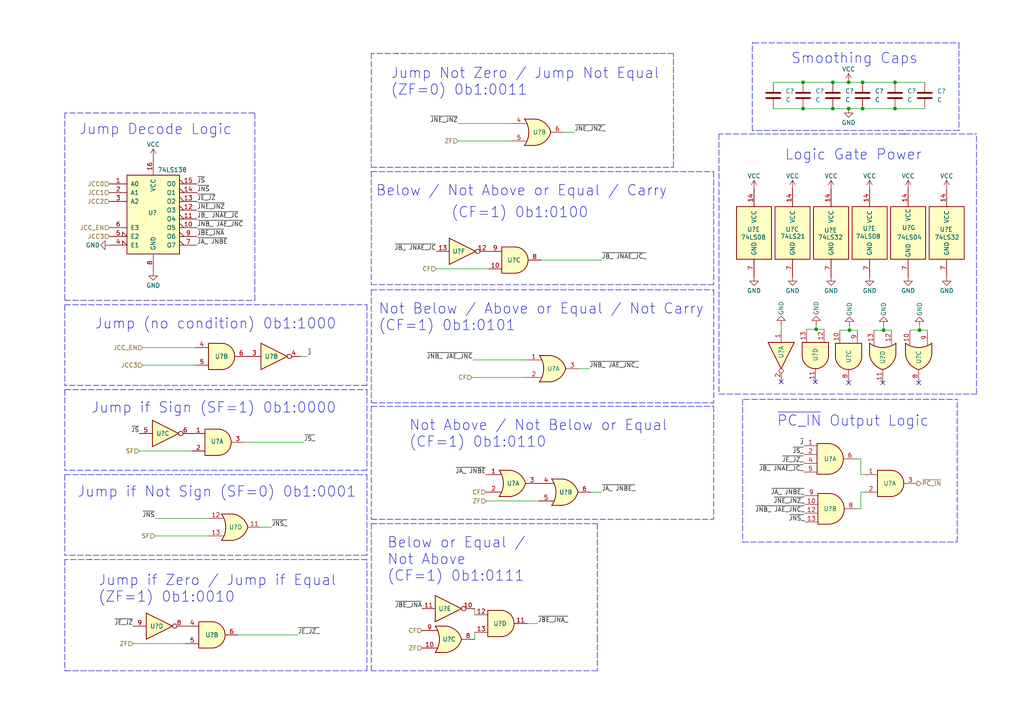
<source format=kicad_sch>
(kicad_sch (version 20211123) (generator eeschema)
  (paper "A4")
  (lib_symbols
    (symbol "74xx:74LS04"
      (property "Reference" "U" (at 0 1.27 0))
      (property "Value" "74LS04" (at 0 -1.27 0))
      (symbol "74LS04_1_0"
        (polyline (pts (xy -3.81 3.81) (xy -3.81 -3.81) (xy 3.81 0) (xy -3.81 3.81)) (stroke (width 0.254)) (fill (type background)))
        (pin input line (at -7.62 0 0) (length 3.81) (name "~") (number "1"))
        (pin output inverted (at 7.62 0 180) (length 3.81) (name "~") (number "2"))
      )
      (symbol "74LS04_2_0"
        (polyline (pts (xy -3.81 3.81) (xy -3.81 -3.81) (xy 3.81 0) (xy -3.81 3.81)) (stroke (width 0.254)) (fill (type background)))
        (pin input line (at -7.62 0 0) (length 3.81) (name "~") (number "3"))
        (pin output inverted (at 7.62 0 180) (length 3.81) (name "~") (number "4"))
      )
      (symbol "74LS04_3_0"
        (polyline (pts (xy -3.81 3.81) (xy -3.81 -3.81) (xy 3.81 0) (xy -3.81 3.81)) (stroke (width 0.254)) (fill (type background)))
        (pin input line (at -7.62 0 0) (length 3.81) (name "~") (number "5"))
        (pin output inverted (at 7.62 0 180) (length 3.81) (name "~") (number "6"))
      )
      (symbol "74LS04_4_0"
        (polyline (pts (xy -3.81 3.81) (xy -3.81 -3.81) (xy 3.81 0) (xy -3.81 3.81)) (stroke (width 0.254)) (fill (type background)))
        (pin output inverted (at 7.62 0 180) (length 3.81) (name "~") (number "8"))
        (pin input line (at -7.62 0 0) (length 3.81) (name "~") (number "9"))
      )
      (symbol "74LS04_5_0"
        (polyline (pts (xy -3.81 3.81) (xy -3.81 -3.81) (xy 3.81 0) (xy -3.81 3.81)) (stroke (width 0.254)) (fill (type background)))
        (pin output inverted (at 7.62 0 180) (length 3.81) (name "~") (number "10"))
        (pin input line (at -7.62 0 0) (length 3.81) (name "~") (number "11"))
      )
      (symbol "74LS04_6_0"
        (polyline (pts (xy -3.81 3.81) (xy -3.81 -3.81) (xy 3.81 0) (xy -3.81 3.81)) (stroke (width 0.254)) (fill (type background)))
        (pin output inverted (at 7.62 0 180) (length 3.81) (name "~") (number "12"))
        (pin input line (at -7.62 0 0) (length 3.81) (name "~") (number "13"))
      )
      (symbol "74LS04_7_0"
        (pin power_in line (at 0 12.7 270) (length 5.08) (name "VCC") (number "14"))
        (pin power_in line (at 0 -12.7 90) (length 5.08) (name "GND") (number "7"))
      )
      (symbol "74LS04_7_1"
        (rectangle (start -5.08 7.62) (end 5.08 -7.62) (stroke (width 0.254)) (fill (type background)))
      )
    )
    (symbol "74xx:74LS08" (pin_names (offset 1.016))
      (property "Reference" "U" (at 0 1.27 0))
      (property "Value" "74LS08" (at 0 -1.27 0))
      (symbol "74LS08_1_1"
        (arc (start 0 -3.81) (mid 3.81 0) (end 0 3.81) (stroke (width 0.254)) (fill (type background)))
        (polyline (pts (xy 0 3.81) (xy -3.81 3.81) (xy -3.81 -3.81) (xy 0 -3.81)) (stroke (width 0.254)) (fill (type background)))
        (pin input line (at -7.62 2.54 0) (length 3.81) (name "~") (number "1"))
        (pin input line (at -7.62 -2.54 0) (length 3.81) (name "~") (number "2"))
        (pin output line (at 7.62 0 180) (length 3.81) (name "~") (number "3"))
      )
      (symbol "74LS08_1_2"
        (arc (start -3.81 -3.81) (mid -2.589 0) (end -3.81 3.81) (stroke (width 0.254)))
        (arc (start -0.6096 -3.81) (mid 2.1855 -2.584) (end 3.81 0) (stroke (width 0.254)) (fill (type background)))
        (polyline (pts (xy -3.81 -3.81) (xy -0.635 -3.81)) (stroke (width 0.254)) (fill (type background)))
        (polyline (pts (xy -3.81 3.81) (xy -0.635 3.81)) (stroke (width 0.254)) (fill (type background)))
        (polyline (pts (xy -0.635 3.81) (xy -3.81 3.81) (xy -3.81 3.81) (xy -3.556 3.4036) (xy -3.0226 2.2606) (xy -2.6924 1.0414) (xy -2.6162 -0.254) (xy -2.7686 -1.4986) (xy -3.175 -2.7178) (xy -3.81 -3.81) (xy -3.81 -3.81) (xy -0.635 -3.81)) (stroke (width -25.4)) (fill (type background)))
        (arc (start 3.81 0) (mid 2.1928 2.5925) (end -0.6096 3.81) (stroke (width 0.254)) (fill (type background)))
        (pin input inverted (at -7.62 2.54 0) (length 4.318) (name "~") (number "1"))
        (pin input inverted (at -7.62 -2.54 0) (length 4.318) (name "~") (number "2"))
        (pin output inverted (at 7.62 0 180) (length 3.81) (name "~") (number "3"))
      )
      (symbol "74LS08_2_1"
        (arc (start 0 -3.81) (mid 3.81 0) (end 0 3.81) (stroke (width 0.254)) (fill (type background)))
        (polyline (pts (xy 0 3.81) (xy -3.81 3.81) (xy -3.81 -3.81) (xy 0 -3.81)) (stroke (width 0.254)) (fill (type background)))
        (pin input line (at -7.62 2.54 0) (length 3.81) (name "~") (number "4"))
        (pin input line (at -7.62 -2.54 0) (length 3.81) (name "~") (number "5"))
        (pin output line (at 7.62 0 180) (length 3.81) (name "~") (number "6"))
      )
      (symbol "74LS08_2_2"
        (arc (start -3.81 -3.81) (mid -2.589 0) (end -3.81 3.81) (stroke (width 0.254)))
        (arc (start -0.6096 -3.81) (mid 2.1855 -2.584) (end 3.81 0) (stroke (width 0.254)) (fill (type background)))
        (polyline (pts (xy -3.81 -3.81) (xy -0.635 -3.81)) (stroke (width 0.254)) (fill (type background)))
        (polyline (pts (xy -3.81 3.81) (xy -0.635 3.81)) (stroke (width 0.254)) (fill (type background)))
        (polyline (pts (xy -0.635 3.81) (xy -3.81 3.81) (xy -3.81 3.81) (xy -3.556 3.4036) (xy -3.0226 2.2606) (xy -2.6924 1.0414) (xy -2.6162 -0.254) (xy -2.7686 -1.4986) (xy -3.175 -2.7178) (xy -3.81 -3.81) (xy -3.81 -3.81) (xy -0.635 -3.81)) (stroke (width -25.4)) (fill (type background)))
        (arc (start 3.81 0) (mid 2.1928 2.5925) (end -0.6096 3.81) (stroke (width 0.254)) (fill (type background)))
        (pin input inverted (at -7.62 2.54 0) (length 4.318) (name "~") (number "4"))
        (pin input inverted (at -7.62 -2.54 0) (length 4.318) (name "~") (number "5"))
        (pin output inverted (at 7.62 0 180) (length 3.81) (name "~") (number "6"))
      )
      (symbol "74LS08_3_1"
        (arc (start 0 -3.81) (mid 3.81 0) (end 0 3.81) (stroke (width 0.254)) (fill (type background)))
        (polyline (pts (xy 0 3.81) (xy -3.81 3.81) (xy -3.81 -3.81) (xy 0 -3.81)) (stroke (width 0.254)) (fill (type background)))
        (pin input line (at -7.62 -2.54 0) (length 3.81) (name "~") (number "10"))
        (pin output line (at 7.62 0 180) (length 3.81) (name "~") (number "8"))
        (pin input line (at -7.62 2.54 0) (length 3.81) (name "~") (number "9"))
      )
      (symbol "74LS08_3_2"
        (arc (start -3.81 -3.81) (mid -2.589 0) (end -3.81 3.81) (stroke (width 0.254)))
        (arc (start -0.6096 -3.81) (mid 2.1855 -2.584) (end 3.81 0) (stroke (width 0.254)) (fill (type background)))
        (polyline (pts (xy -3.81 -3.81) (xy -0.635 -3.81)) (stroke (width 0.254)) (fill (type background)))
        (polyline (pts (xy -3.81 3.81) (xy -0.635 3.81)) (stroke (width 0.254)) (fill (type background)))
        (polyline (pts (xy -0.635 3.81) (xy -3.81 3.81) (xy -3.81 3.81) (xy -3.556 3.4036) (xy -3.0226 2.2606) (xy -2.6924 1.0414) (xy -2.6162 -0.254) (xy -2.7686 -1.4986) (xy -3.175 -2.7178) (xy -3.81 -3.81) (xy -3.81 -3.81) (xy -0.635 -3.81)) (stroke (width -25.4)) (fill (type background)))
        (arc (start 3.81 0) (mid 2.1928 2.5925) (end -0.6096 3.81) (stroke (width 0.254)) (fill (type background)))
        (pin input inverted (at -7.62 -2.54 0) (length 4.318) (name "~") (number "10"))
        (pin output inverted (at 7.62 0 180) (length 3.81) (name "~") (number "8"))
        (pin input inverted (at -7.62 2.54 0) (length 4.318) (name "~") (number "9"))
      )
      (symbol "74LS08_4_1"
        (arc (start 0 -3.81) (mid 3.81 0) (end 0 3.81) (stroke (width 0.254)) (fill (type background)))
        (polyline (pts (xy 0 3.81) (xy -3.81 3.81) (xy -3.81 -3.81) (xy 0 -3.81)) (stroke (width 0.254)) (fill (type background)))
        (pin output line (at 7.62 0 180) (length 3.81) (name "~") (number "11"))
        (pin input line (at -7.62 2.54 0) (length 3.81) (name "~") (number "12"))
        (pin input line (at -7.62 -2.54 0) (length 3.81) (name "~") (number "13"))
      )
      (symbol "74LS08_4_2"
        (arc (start -3.81 -3.81) (mid -2.589 0) (end -3.81 3.81) (stroke (width 0.254)))
        (arc (start -0.6096 -3.81) (mid 2.1855 -2.584) (end 3.81 0) (stroke (width 0.254)) (fill (type background)))
        (polyline (pts (xy -3.81 -3.81) (xy -0.635 -3.81)) (stroke (width 0.254)) (fill (type background)))
        (polyline (pts (xy -3.81 3.81) (xy -0.635 3.81)) (stroke (width 0.254)) (fill (type background)))
        (polyline (pts (xy -0.635 3.81) (xy -3.81 3.81) (xy -3.81 3.81) (xy -3.556 3.4036) (xy -3.0226 2.2606) (xy -2.6924 1.0414) (xy -2.6162 -0.254) (xy -2.7686 -1.4986) (xy -3.175 -2.7178) (xy -3.81 -3.81) (xy -3.81 -3.81) (xy -0.635 -3.81)) (stroke (width -25.4)) (fill (type background)))
        (arc (start 3.81 0) (mid 2.1928 2.5925) (end -0.6096 3.81) (stroke (width 0.254)) (fill (type background)))
        (pin output inverted (at 7.62 0 180) (length 3.81) (name "~") (number "11"))
        (pin input inverted (at -7.62 2.54 0) (length 4.318) (name "~") (number "12"))
        (pin input inverted (at -7.62 -2.54 0) (length 4.318) (name "~") (number "13"))
      )
      (symbol "74LS08_5_0"
        (pin power_in line (at 0 12.7 270) (length 5.08) (name "VCC") (number "14"))
        (pin power_in line (at 0 -12.7 90) (length 5.08) (name "GND") (number "7"))
      )
      (symbol "74LS08_5_1"
        (rectangle (start -5.08 7.62) (end 5.08 -7.62) (stroke (width 0.254)) (fill (type background)))
      )
    )
    (symbol "74xx:74LS138" (pin_names (offset 1.016))
      (property "Reference" "U" (at -7.62 11.43 0))
      (property "Value" "74LS138" (at -7.62 -13.97 0))
      (symbol "74LS138_1_0"
        (pin input line (at -12.7 7.62 0) (length 5.08) (name "A0") (number "1"))
        (pin output output_low (at 12.7 -5.08 180) (length 5.08) (name "O5") (number "10"))
        (pin output output_low (at 12.7 -2.54 180) (length 5.08) (name "O4") (number "11"))
        (pin output output_low (at 12.7 0 180) (length 5.08) (name "O3") (number "12"))
        (pin output output_low (at 12.7 2.54 180) (length 5.08) (name "O2") (number "13"))
        (pin output output_low (at 12.7 5.08 180) (length 5.08) (name "O1") (number "14"))
        (pin output output_low (at 12.7 7.62 180) (length 5.08) (name "O0") (number "15"))
        (pin power_in line (at 0 15.24 270) (length 5.08) (name "VCC") (number "16"))
        (pin input line (at -12.7 5.08 0) (length 5.08) (name "A1") (number "2"))
        (pin input line (at -12.7 2.54 0) (length 5.08) (name "A2") (number "3"))
        (pin input input_low (at -12.7 -10.16 0) (length 5.08) (name "E1") (number "4"))
        (pin input input_low (at -12.7 -7.62 0) (length 5.08) (name "E2") (number "5"))
        (pin input line (at -12.7 -5.08 0) (length 5.08) (name "E3") (number "6"))
        (pin output output_low (at 12.7 -10.16 180) (length 5.08) (name "O7") (number "7"))
        (pin power_in line (at 0 -17.78 90) (length 5.08) (name "GND") (number "8"))
        (pin output output_low (at 12.7 -7.62 180) (length 5.08) (name "O6") (number "9"))
      )
      (symbol "74LS138_1_1"
        (rectangle (start -7.62 10.16) (end 7.62 -12.7) (stroke (width 0.254)) (fill (type background)))
      )
    )
    (symbol "74xx:74LS21" (pin_names (offset 1.016))
      (property "Reference" "U" (at 0 1.27 0))
      (property "Value" "74LS21" (at 0 -1.27 0))
      (symbol "74LS21_1_1"
        (arc (start -0.635 -4.445) (mid 3.81 0) (end -0.635 4.445) (stroke (width 0.254)) (fill (type background)))
        (polyline (pts (xy -0.635 4.445) (xy -3.81 4.445) (xy -3.81 -4.445) (xy -0.635 -4.445)) (stroke (width 0.254)) (fill (type background)))
        (pin input line (at -7.62 3.81 0) (length 3.81) (name "~") (number "1"))
        (pin input line (at -7.62 1.27 0) (length 3.81) (name "~") (number "2"))
        (pin input line (at -7.62 -1.27 0) (length 3.81) (name "~") (number "4"))
        (pin input line (at -7.62 -3.81 0) (length 3.81) (name "~") (number "5"))
        (pin output line (at 7.62 0 180) (length 3.81) (name "~") (number "6"))
      )
      (symbol "74LS21_1_2"
        (arc (start -3.81 -4.445) (mid -2.5908 0) (end -3.81 4.445) (stroke (width 0.254)))
        (arc (start -0.6096 -4.445) (mid 2.224 -2.8428) (end 3.81 0) (stroke (width 0.254)) (fill (type background)))
        (polyline (pts (xy -3.81 -4.445) (xy -0.635 -4.445)) (stroke (width 0.254)) (fill (type background)))
        (polyline (pts (xy -3.81 4.445) (xy -0.635 4.445)) (stroke (width 0.254)) (fill (type background)))
        (polyline (pts (xy -0.635 4.445) (xy -3.81 4.445) (xy -3.81 4.445) (xy -3.6322 4.0894) (xy -3.0988 2.921) (xy -2.7686 1.6764) (xy -2.6162 0.4318) (xy -2.6416 -0.8636) (xy -2.8702 -2.1082) (xy -3.2512 -3.3274) (xy -3.81 -4.445) (xy -3.81 -4.445) (xy -0.635 -4.445)) (stroke (width -25.4)) (fill (type background)))
        (arc (start 3.81 0) (mid 2.2198 2.8386) (end -0.6096 4.445) (stroke (width 0.254)) (fill (type background)))
        (pin input inverted (at -7.62 3.81 0) (length 3.81) (name "~") (number "1"))
        (pin input inverted (at -7.62 1.27 0) (length 4.826) (name "~") (number "2"))
        (pin input inverted (at -7.62 -1.27 0) (length 4.826) (name "~") (number "4"))
        (pin input inverted (at -7.62 -3.81 0) (length 3.81) (name "~") (number "5"))
        (pin output inverted (at 7.62 0 180) (length 3.81) (name "~") (number "6"))
      )
      (symbol "74LS21_2_1"
        (arc (start -0.635 -4.445) (mid 3.81 0) (end -0.635 4.445) (stroke (width 0.254)) (fill (type background)))
        (polyline (pts (xy -0.635 4.445) (xy -3.81 4.445) (xy -3.81 -4.445) (xy -0.635 -4.445)) (stroke (width 0.254)) (fill (type background)))
        (pin input line (at -7.62 1.27 0) (length 3.81) (name "~") (number "10"))
        (pin input line (at -7.62 -1.27 0) (length 3.81) (name "~") (number "12"))
        (pin input line (at -7.62 -3.81 0) (length 3.81) (name "~") (number "13"))
        (pin output line (at 7.62 0 180) (length 3.81) (name "~") (number "8"))
        (pin input line (at -7.62 3.81 0) (length 3.81) (name "~") (number "9"))
      )
      (symbol "74LS21_2_2"
        (arc (start -3.81 -4.445) (mid -2.5908 0) (end -3.81 4.445) (stroke (width 0.254)))
        (arc (start -0.6096 -4.445) (mid 2.224 -2.8428) (end 3.81 0) (stroke (width 0.254)) (fill (type background)))
        (polyline (pts (xy -3.81 -4.445) (xy -0.635 -4.445)) (stroke (width 0.254)) (fill (type background)))
        (polyline (pts (xy -3.81 4.445) (xy -0.635 4.445)) (stroke (width 0.254)) (fill (type background)))
        (polyline (pts (xy -0.635 4.445) (xy -3.81 4.445) (xy -3.81 4.445) (xy -3.6322 4.0894) (xy -3.0988 2.921) (xy -2.7686 1.6764) (xy -2.6162 0.4318) (xy -2.6416 -0.8636) (xy -2.8702 -2.1082) (xy -3.2512 -3.3274) (xy -3.81 -4.445) (xy -3.81 -4.445) (xy -0.635 -4.445)) (stroke (width -25.4)) (fill (type background)))
        (arc (start 3.81 0) (mid 2.2198 2.8386) (end -0.6096 4.445) (stroke (width 0.254)) (fill (type background)))
        (pin input inverted (at -7.62 1.27 0) (length 4.826) (name "~") (number "10"))
        (pin input inverted (at -7.62 -1.27 0) (length 4.826) (name "~") (number "12"))
        (pin input inverted (at -7.62 -3.81 0) (length 3.81) (name "~") (number "13"))
        (pin output inverted (at 7.62 0 180) (length 3.81) (name "~") (number "8"))
        (pin input inverted (at -7.62 3.81 0) (length 3.81) (name "~") (number "9"))
      )
      (symbol "74LS21_3_0"
        (pin power_in line (at 0 12.7 270) (length 5.08) (name "VCC") (number "14"))
        (pin power_in line (at 0 -12.7 90) (length 5.08) (name "GND") (number "7"))
      )
      (symbol "74LS21_3_1"
        (rectangle (start -5.08 7.62) (end 5.08 -7.62) (stroke (width 0.254)) (fill (type background)))
      )
    )
    (symbol "74xx:74LS32" (pin_names (offset 1.016))
      (property "Reference" "U" (at 0 1.27 0))
      (property "Value" "74LS32" (at 0 -1.27 0))
      (symbol "74LS32_1_1"
        (arc (start -3.81 -3.81) (mid -2.589 0) (end -3.81 3.81) (stroke (width 0.254)))
        (arc (start -0.6096 -3.81) (mid 2.1855 -2.584) (end 3.81 0) (stroke (width 0.254)) (fill (type background)))
        (polyline (pts (xy -3.81 -3.81) (xy -0.635 -3.81)) (stroke (width 0.254)) (fill (type background)))
        (polyline (pts (xy -3.81 3.81) (xy -0.635 3.81)) (stroke (width 0.254)) (fill (type background)))
        (polyline (pts (xy -0.635 3.81) (xy -3.81 3.81) (xy -3.81 3.81) (xy -3.556 3.4036) (xy -3.0226 2.2606) (xy -2.6924 1.0414) (xy -2.6162 -0.254) (xy -2.7686 -1.4986) (xy -3.175 -2.7178) (xy -3.81 -3.81) (xy -3.81 -3.81) (xy -0.635 -3.81)) (stroke (width -25.4)) (fill (type background)))
        (arc (start 3.81 0) (mid 2.1928 2.5925) (end -0.6096 3.81) (stroke (width 0.254)) (fill (type background)))
        (pin input line (at -7.62 2.54 0) (length 4.318) (name "~") (number "1"))
        (pin input line (at -7.62 -2.54 0) (length 4.318) (name "~") (number "2"))
        (pin output line (at 7.62 0 180) (length 3.81) (name "~") (number "3"))
      )
      (symbol "74LS32_1_2"
        (arc (start 0 -3.81) (mid 3.81 0) (end 0 3.81) (stroke (width 0.254)) (fill (type background)))
        (polyline (pts (xy 0 3.81) (xy -3.81 3.81) (xy -3.81 -3.81) (xy 0 -3.81)) (stroke (width 0.254)) (fill (type background)))
        (pin input inverted (at -7.62 2.54 0) (length 3.81) (name "~") (number "1"))
        (pin input inverted (at -7.62 -2.54 0) (length 3.81) (name "~") (number "2"))
        (pin output inverted (at 7.62 0 180) (length 3.81) (name "~") (number "3"))
      )
      (symbol "74LS32_2_1"
        (arc (start -3.81 -3.81) (mid -2.589 0) (end -3.81 3.81) (stroke (width 0.254)))
        (arc (start -0.6096 -3.81) (mid 2.1855 -2.584) (end 3.81 0) (stroke (width 0.254)) (fill (type background)))
        (polyline (pts (xy -3.81 -3.81) (xy -0.635 -3.81)) (stroke (width 0.254)) (fill (type background)))
        (polyline (pts (xy -3.81 3.81) (xy -0.635 3.81)) (stroke (width 0.254)) (fill (type background)))
        (polyline (pts (xy -0.635 3.81) (xy -3.81 3.81) (xy -3.81 3.81) (xy -3.556 3.4036) (xy -3.0226 2.2606) (xy -2.6924 1.0414) (xy -2.6162 -0.254) (xy -2.7686 -1.4986) (xy -3.175 -2.7178) (xy -3.81 -3.81) (xy -3.81 -3.81) (xy -0.635 -3.81)) (stroke (width -25.4)) (fill (type background)))
        (arc (start 3.81 0) (mid 2.1928 2.5925) (end -0.6096 3.81) (stroke (width 0.254)) (fill (type background)))
        (pin input line (at -7.62 2.54 0) (length 4.318) (name "~") (number "4"))
        (pin input line (at -7.62 -2.54 0) (length 4.318) (name "~") (number "5"))
        (pin output line (at 7.62 0 180) (length 3.81) (name "~") (number "6"))
      )
      (symbol "74LS32_2_2"
        (arc (start 0 -3.81) (mid 3.81 0) (end 0 3.81) (stroke (width 0.254)) (fill (type background)))
        (polyline (pts (xy 0 3.81) (xy -3.81 3.81) (xy -3.81 -3.81) (xy 0 -3.81)) (stroke (width 0.254)) (fill (type background)))
        (pin input inverted (at -7.62 2.54 0) (length 3.81) (name "~") (number "4"))
        (pin input inverted (at -7.62 -2.54 0) (length 3.81) (name "~") (number "5"))
        (pin output inverted (at 7.62 0 180) (length 3.81) (name "~") (number "6"))
      )
      (symbol "74LS32_3_1"
        (arc (start -3.81 -3.81) (mid -2.589 0) (end -3.81 3.81) (stroke (width 0.254)))
        (arc (start -0.6096 -3.81) (mid 2.1855 -2.584) (end 3.81 0) (stroke (width 0.254)) (fill (type background)))
        (polyline (pts (xy -3.81 -3.81) (xy -0.635 -3.81)) (stroke (width 0.254)) (fill (type background)))
        (polyline (pts (xy -3.81 3.81) (xy -0.635 3.81)) (stroke (width 0.254)) (fill (type background)))
        (polyline (pts (xy -0.635 3.81) (xy -3.81 3.81) (xy -3.81 3.81) (xy -3.556 3.4036) (xy -3.0226 2.2606) (xy -2.6924 1.0414) (xy -2.6162 -0.254) (xy -2.7686 -1.4986) (xy -3.175 -2.7178) (xy -3.81 -3.81) (xy -3.81 -3.81) (xy -0.635 -3.81)) (stroke (width -25.4)) (fill (type background)))
        (arc (start 3.81 0) (mid 2.1928 2.5925) (end -0.6096 3.81) (stroke (width 0.254)) (fill (type background)))
        (pin input line (at -7.62 -2.54 0) (length 4.318) (name "~") (number "10"))
        (pin output line (at 7.62 0 180) (length 3.81) (name "~") (number "8"))
        (pin input line (at -7.62 2.54 0) (length 4.318) (name "~") (number "9"))
      )
      (symbol "74LS32_3_2"
        (arc (start 0 -3.81) (mid 3.81 0) (end 0 3.81) (stroke (width 0.254)) (fill (type background)))
        (polyline (pts (xy 0 3.81) (xy -3.81 3.81) (xy -3.81 -3.81) (xy 0 -3.81)) (stroke (width 0.254)) (fill (type background)))
        (pin input inverted (at -7.62 -2.54 0) (length 3.81) (name "~") (number "10"))
        (pin output inverted (at 7.62 0 180) (length 3.81) (name "~") (number "8"))
        (pin input inverted (at -7.62 2.54 0) (length 3.81) (name "~") (number "9"))
      )
      (symbol "74LS32_4_1"
        (arc (start -3.81 -3.81) (mid -2.589 0) (end -3.81 3.81) (stroke (width 0.254)))
        (arc (start -0.6096 -3.81) (mid 2.1855 -2.584) (end 3.81 0) (stroke (width 0.254)) (fill (type background)))
        (polyline (pts (xy -3.81 -3.81) (xy -0.635 -3.81)) (stroke (width 0.254)) (fill (type background)))
        (polyline (pts (xy -3.81 3.81) (xy -0.635 3.81)) (stroke (width 0.254)) (fill (type background)))
        (polyline (pts (xy -0.635 3.81) (xy -3.81 3.81) (xy -3.81 3.81) (xy -3.556 3.4036) (xy -3.0226 2.2606) (xy -2.6924 1.0414) (xy -2.6162 -0.254) (xy -2.7686 -1.4986) (xy -3.175 -2.7178) (xy -3.81 -3.81) (xy -3.81 -3.81) (xy -0.635 -3.81)) (stroke (width -25.4)) (fill (type background)))
        (arc (start 3.81 0) (mid 2.1928 2.5925) (end -0.6096 3.81) (stroke (width 0.254)) (fill (type background)))
        (pin output line (at 7.62 0 180) (length 3.81) (name "~") (number "11"))
        (pin input line (at -7.62 2.54 0) (length 4.318) (name "~") (number "12"))
        (pin input line (at -7.62 -2.54 0) (length 4.318) (name "~") (number "13"))
      )
      (symbol "74LS32_4_2"
        (arc (start 0 -3.81) (mid 3.81 0) (end 0 3.81) (stroke (width 0.254)) (fill (type background)))
        (polyline (pts (xy 0 3.81) (xy -3.81 3.81) (xy -3.81 -3.81) (xy 0 -3.81)) (stroke (width 0.254)) (fill (type background)))
        (pin output inverted (at 7.62 0 180) (length 3.81) (name "~") (number "11"))
        (pin input inverted (at -7.62 2.54 0) (length 3.81) (name "~") (number "12"))
        (pin input inverted (at -7.62 -2.54 0) (length 3.81) (name "~") (number "13"))
      )
      (symbol "74LS32_5_0"
        (pin power_in line (at 0 12.7 270) (length 5.08) (name "VCC") (number "14"))
        (pin power_in line (at 0 -12.7 90) (length 5.08) (name "GND") (number "7"))
      )
      (symbol "74LS32_5_1"
        (rectangle (start -5.08 7.62) (end 5.08 -7.62) (stroke (width 0.254)) (fill (type background)))
      )
    )
    (symbol "Device:C" (pin_numbers hide) (pin_names (offset 0.254))
      (property "Reference" "C" (at 0.635 2.54 0))
      (property "Value" "C" (at 0.635 -2.54 0))
      (symbol "C_0_1"
        (polyline (pts (xy -2.032 -0.762) (xy 2.032 -0.762)) (stroke (width 0.508)))
        (polyline (pts (xy -2.032 0.762) (xy 2.032 0.762)) (stroke (width 0.508)))
      )
      (symbol "C_1_1"
        (pin passive line (at 0 3.81 270) (length 2.794) (name "~") (number "1"))
        (pin passive line (at 0 -3.81 90) (length 2.794) (name "~") (number "2"))
      )
    )
    (symbol "power:GND" (power) (pin_names (offset 0))
      (property "Value" "GND" (at 0 -3.81 0))
      (symbol "GND_0_1"
        (polyline (pts (xy 0 0) (xy 0 -1.27) (xy 1.27 -1.27) (xy 0 -2.54) (xy -1.27 -1.27) (xy 0 -1.27)))
      )
      (symbol "GND_1_1"
        (pin power_in line (at 0 0 270) (length 0) hide (name "GND") (number "1"))
      )
    )
    (symbol "power:VCC" (power) (pin_names (offset 0))
      (property "Value" "VCC" (at 0 3.81 0))
      (symbol "VCC_0_1"
        (polyline (pts (xy -0.762 1.27) (xy 0 2.54)))
        (polyline (pts (xy 0 0) (xy 0 2.54)))
        (polyline (pts (xy 0 2.54) (xy 0.762 1.27)))
      )
      (symbol "VCC_1_1"
        (pin power_in line (at 0 0 90) (length 0) hide (name "VCC") (number "1"))
      )
    )
  )
  (junction (at 259.588 23.876))
  (junction (at 241.554 23.876))
  (junction (at 246.38 95.758))
  (junction (at 256.286 95.758))
  (junction (at 236.728 95.504))
  (junction (at 259.588 31.496))
  (junction (at 246.126 23.876))
  (junction (at 241.554 31.496))
  (junction (at 232.918 23.876))
  (junction (at 246.126 31.496))
  (junction (at 266.7 95.758))
  (junction (at 232.918 31.496))
  (junction (at 250.19 23.876))
  (junction (at 250.19 31.496))
  (no_connect (at 226.568 110.744))
  (no_connect (at 246.126 110.998))
  (no_connect (at 236.474 110.744))
  (no_connect (at 256.032 110.998))
  (no_connect (at 266.446 110.998))
  (wire (pts (xy 249.682 142.748) (xy 250.698 142.748)))
  (wire (pts (xy 40.386 130.81) (xy 55.626 130.81)))
  (wire (pts (xy 248.666 147.574) (xy 249.682 147.574)))
  (wire (pts (xy 44.958 150.368) (xy 60.452 150.368)))
  (polyline (pts (xy 106.426 111.76) (xy 18.796 111.76)))
  (polyline (pts (xy 107.696 116.84) (xy 207.01 116.84)))
  (polyline (pts (xy 106.426 162.306) (xy 102.108 162.306)))
  (wire (pts (xy 248.666 95.758) (xy 246.38 95.758)))
  (polyline (pts (xy 262.382 38.862) (xy 208.534 38.862)))
  (polyline (pts (xy 107.696 150.622) (xy 207.01 150.622)))
  (polyline (pts (xy 262.128 38.862) (xy 283.21 38.862)))
  (polyline (pts (xy 247.142 115.824) (xy 215.392 115.824)))
  (polyline (pts (xy 18.796 32.766) (xy 18.796 87.122)))
  (wire (pts (xy 258.572 95.758) (xy 256.286 95.758)))
  (polyline (pts (xy 107.696 117.856) (xy 107.696 150.622)))
  (wire (pts (xy 232.918 23.876) (xy 241.554 23.876)))
  (polyline (pts (xy 115.57 15.494) (xy 107.696 15.494)))
  (polyline (pts (xy 207.01 84.074) (xy 207.01 116.84)))
  (polyline (pts (xy 218.44 12.446) (xy 278.13 12.446)))
  (wire (pts (xy 241.554 31.496) (xy 246.126 31.496)))
  (polyline (pts (xy 107.696 84.074) (xy 183.896 84.074)))
  (polyline (pts (xy 44.704 32.766) (xy 18.796 32.766)))
  (polyline (pts (xy 18.796 88.392) (xy 18.796 111.76)))
  (polyline (pts (xy 278.13 12.446) (xy 278.13 37.846)))
  (polyline (pts (xy 195.326 15.494) (xy 191.008 15.494)))
  (polyline (pts (xy 195.072 117.856) (xy 207.01 117.856)))
  (polyline (pts (xy 208.534 38.862) (xy 208.534 114.3)))
  (wire (pts (xy 259.588 31.496) (xy 268.224 31.496)))
  (polyline (pts (xy 207.01 117.856) (xy 207.01 150.622)))
  (wire (pts (xy 250.19 23.876) (xy 259.588 23.876)))
  (polyline (pts (xy 283.21 114.3) (xy 283.21 38.862)))
  (polyline (pts (xy 173.228 194.564) (xy 107.696 194.564)))
  (wire (pts (xy 170.942 106.934) (xy 167.894 106.934)))
  (wire (pts (xy 259.588 23.876) (xy 268.224 23.876)))
  (wire (pts (xy 224.282 23.876) (xy 232.918 23.876)))
  (wire (pts (xy 78.74 152.908) (xy 75.692 152.908)))
  (wire (pts (xy 70.866 128.27) (xy 88.138 128.27)))
  (polyline (pts (xy 173.228 151.892) (xy 173.228 184.658)))
  (polyline (pts (xy 183.134 117.856) (xy 195.072 117.856)))
  (wire (pts (xy 246.126 23.876) (xy 250.19 23.876)))
  (wire (pts (xy 38.608 186.69) (xy 53.848 186.69)))
  (polyline (pts (xy 44.704 32.766) (xy 73.914 32.766)))
  (polyline (pts (xy 18.796 194.564) (xy 106.426 194.564)))
  (wire (pts (xy 256.286 95.758) (xy 253.492 95.758)))
  (wire (pts (xy 266.7 95.758) (xy 263.906 95.758)))
  (wire (pts (xy 126.492 77.978) (xy 141.732 77.978)))
  (polyline (pts (xy 107.696 151.892) (xy 107.696 184.658)))
  (wire (pts (xy 266.7 94.488) (xy 266.7 95.758)))
  (polyline (pts (xy 106.426 161.036) (xy 94.742 161.036)))
  (polyline (pts (xy 106.426 137.668) (xy 106.426 161.036)))
  (polyline (pts (xy 18.796 87.122) (xy 73.914 87.122)))
  (wire (pts (xy 236.728 95.504) (xy 233.934 95.504)))
  (polyline (pts (xy 107.696 49.784) (xy 107.696 82.55)))
  (polyline (pts (xy 184.15 82.55) (xy 195.834 82.55)))
  (polyline (pts (xy 195.072 84.074) (xy 207.01 84.074)))
  (wire (pts (xy 250.19 31.496) (xy 259.588 31.496)))
  (wire (pts (xy 44.958 155.448) (xy 60.452 155.448)))
  (polyline (pts (xy 94.488 113.03) (xy 106.426 113.03)))
  (polyline (pts (xy 278.13 37.846) (xy 218.186 37.846)))
  (wire (pts (xy 155.956 180.848) (xy 152.908 180.848)))
  (polyline (pts (xy 18.796 137.668) (xy 18.796 161.036)))
  (wire (pts (xy 69.088 184.15) (xy 86.36 184.15)))
  (wire (pts (xy 41.402 105.918) (xy 56.642 105.918)))
  (wire (pts (xy 166.624 38.354) (xy 163.576 38.354)))
  (polyline (pts (xy 18.796 162.306) (xy 18.796 194.564)))
  (polyline (pts (xy 94.488 137.668) (xy 106.426 137.668)))
  (polyline (pts (xy 26.67 162.306) (xy 18.796 162.306)))
  (wire (pts (xy 249.682 137.668) (xy 249.682 133.096)))
  (wire (pts (xy 132.842 40.894) (xy 148.336 40.894)))
  (wire (pts (xy 232.918 31.496) (xy 241.554 31.496)))
  (wire (pts (xy 256.286 94.488) (xy 256.286 95.758)))
  (wire (pts (xy 156.972 75.438) (xy 174.498 75.438)))
  (polyline (pts (xy 94.996 161.036) (xy 18.796 161.036)))
  (polyline (pts (xy 277.622 157.226) (xy 277.622 115.824)))
  (polyline (pts (xy 102.108 162.306) (xy 25.908 162.306)))
  (wire (pts (xy 226.568 94.234) (xy 226.568 95.504)))
  (polyline (pts (xy 247.142 115.824) (xy 277.622 115.824)))
  (polyline (pts (xy 215.392 157.226) (xy 277.622 157.226)))
  (polyline (pts (xy 107.696 48.514) (xy 195.326 48.514)))
  (wire (pts (xy 246.126 31.496) (xy 250.19 31.496)))
  (wire (pts (xy 136.906 109.474) (xy 152.654 109.474)))
  (wire (pts (xy 249.682 133.096) (xy 248.412 133.096)))
  (polyline (pts (xy 107.696 117.856) (xy 183.896 117.856)))
  (polyline (pts (xy 195.326 48.514) (xy 195.326 15.494)))
  (polyline (pts (xy 18.796 113.03) (xy 94.996 113.03)))
  (polyline (pts (xy 218.186 12.446) (xy 218.44 12.446)))
  (polyline (pts (xy 183.134 84.074) (xy 195.072 84.074)))
  (polyline (pts (xy 106.426 113.03) (xy 106.426 136.398)))
  (polyline (pts (xy 207.01 49.784) (xy 207.01 82.55)))
  (wire (pts (xy 246.38 95.758) (xy 243.586 95.758)))
  (wire (pts (xy 174.498 142.748) (xy 171.45 142.748)))
  (polyline (pts (xy 183.642 49.784) (xy 207.01 49.784)))
  (polyline (pts (xy 107.696 82.55) (xy 184.15 82.55)))
  (polyline (pts (xy 215.392 115.824) (xy 215.392 157.226)))
  (wire (pts (xy 241.554 23.876) (xy 246.126 23.876)))
  (wire (pts (xy 41.402 100.838) (xy 56.642 100.838)))
  (wire (pts (xy 224.282 31.496) (xy 232.918 31.496)))
  (polyline (pts (xy 94.996 136.398) (xy 18.796 136.398)))
  (polyline (pts (xy 191.008 15.494) (xy 114.808 15.494)))
  (polyline (pts (xy 73.914 87.122) (xy 73.914 32.766)))
  (wire (pts (xy 246.38 94.488) (xy 246.38 95.758)))
  (polyline (pts (xy 218.186 37.846) (xy 218.186 12.446)))
  (polyline (pts (xy 106.426 88.392) (xy 106.426 111.76)))
  (wire (pts (xy 137.16 104.394) (xy 152.654 104.394)))
  (wire (pts (xy 268.986 95.758) (xy 266.7 95.758)))
  (wire (pts (xy 137.668 183.388) (xy 137.668 185.42)))
  (polyline (pts (xy 107.696 49.784) (xy 183.896 49.784)))
  (polyline (pts (xy 207.01 82.55) (xy 195.326 82.55)))
  (polyline (pts (xy 208.534 114.3) (xy 283.21 114.3)))
  (polyline (pts (xy 107.696 84.074) (xy 107.696 116.84)))
  (polyline (pts (xy 173.228 184.658) (xy 173.228 194.564)))
  (wire (pts (xy 132.842 35.814) (xy 148.336 35.814)))
  (polyline (pts (xy 18.796 113.03) (xy 18.796 136.398)))
  (polyline (pts (xy 107.696 151.892) (xy 173.228 151.892)))
  (polyline (pts (xy 107.696 194.564) (xy 107.696 184.658)))
  (polyline (pts (xy 18.796 88.392) (xy 106.426 88.392)))
  (wire (pts (xy 249.682 147.574) (xy 249.682 142.748)))
  (wire (pts (xy 236.728 94.234) (xy 236.728 95.504)))
  (polyline (pts (xy 106.426 136.398) (xy 94.742 136.398)))
  (polyline (pts (xy 107.696 15.494) (xy 107.696 48.514)))
  (wire (pts (xy 250.698 137.668) (xy 249.682 137.668)))
  (wire (pts (xy 89.154 103.378) (xy 87.122 103.378)))
  (wire (pts (xy 137.668 176.53) (xy 137.668 178.308)))
  (polyline (pts (xy 106.426 194.564) (xy 106.426 162.306)))
  (wire (pts (xy 140.97 145.288) (xy 156.21 145.288)))
  (wire (pts (xy 239.014 95.504) (xy 236.728 95.504)))
  (polyline (pts (xy 18.796 137.668) (xy 94.996 137.668)))
  (text "Jump if Not Sign (SF=0) 0b1:0001" (at 22.352 144.526 0) (effects (font (size 3 3)) (justify left bottom)))
  (text "Below / Not Above or Equal / Carry" (at 108.966 57.15 0) (effects (font (size 3 3)) (justify left bottom)))
  (text "Logic Gate Power" (at 227.584 46.736 0) (effects (font (size 3 3)) (justify left bottom)))
  (text "Jump if Zero / Jump if Equal\n(ZF=1) 0b1:0010" (at 28.448 175.006 0) (effects (font (size 3 3)) (justify left bottom)))
  (text "Jump if Sign (SF=1) 0b1:0000" (at 26.416 120.142 0) (effects (font (size 3 3)) (justify left bottom)))
  (text "Not Above / Not Below or Equal\n(CF=1) 0b1:0110" (at 118.618 130.048 0) (effects (font (size 3 3)) (justify left bottom)))
  (text "Jump Not Zero / Jump Not Equal\n(ZF=0) 0b1:0011" (at 113.284 27.94 0) (effects (font (size 3 3)) (justify left bottom)))
  (text "Below or Equal / \nNot Above\n(CF=1) 0b1:0111" (at 112.268 168.91 0) (effects (font (size 3 3)) (justify left bottom)))
  (text "~{PC_IN} Output Logic" (at 225.298 123.952 0) (effects (font (size 3 3)) (justify left bottom)))
  (text "Smoothing Caps" (at 229.362 18.796 0) (effects (font (size 3 3)) (justify left bottom)))
  (text "Not Below / Above or Equal / Not Carry\n(CF=1) 0b1:0101" (at 109.728 96.266 0) (effects (font (size 3 3)) (justify left bottom)))
  (text "Jump (no condition) 0b1:1000" (at 27.432 95.758 0) (effects (font (size 3 3)) (justify left bottom)))
  (text "Jump Decode Logic" (at 22.86 39.37 0) (effects (font (size 3 3)) (justify left bottom)))
  (text "(CF=1) 0b1:0100" (at 130.81 63.5 0) (effects (font (size 3 3)) (justify left bottom)))
  (label "~{JNS_}" (at 233.426 151.384 180))
  (label "~{JNE_JNZ_}" (at 166.624 38.354 0))
  (label "~{JE_JZ_}" (at 233.172 134.366 180))
  (label "~{JNB_ JAE_JNC_}" (at 233.426 148.844 180))
  (label "~{JNB_ JAE_JNC_}" (at 170.942 106.934 0))
  (label "~{JNS}" (at 44.958 150.368 180))
  (label "~{JE_JZ}" (at 57.15 58.42 0))
  (label "~{JNE_JNZ}" (at 132.842 35.814 180))
  (label "~{JB_ JNAE_JC}" (at 126.492 72.898 180))
  (label "~{JB_ JNAE_JC_}" (at 174.498 75.438 0))
  (label "~{JBE_JNA_}" (at 155.956 180.848 0))
  (label "~{JS_}" (at 233.172 131.826 180))
  (label "~{JS_}" (at 88.138 128.27 0))
  (label "~{JA_ JNBE}" (at 140.97 137.668 180))
  (label "~{JA_ JNBE}" (at 57.15 71.12 0))
  (label "~{JNB_ JAE_JNC}" (at 57.15 66.04 0))
  (label "~{JNS_}" (at 78.74 152.908 0))
  (label "~{JS}" (at 57.15 53.34 0))
  (label "~{JBE_JNA}" (at 122.428 176.53 180))
  (label "~{JBE_JNA}" (at 57.15 68.58 0))
  (label "~{JNE_JNZ_}" (at 233.426 146.304 180))
  (label "~{JA_ JNBE_}" (at 233.426 143.764 180))
  (label "~{JB_ JNAE_JC}" (at 57.15 63.5 0))
  (label "~{JA_ JNBE_}" (at 174.498 142.748 0))
  (label "~{JE_JZ}" (at 38.608 181.61 180))
  (label "~{J}" (at 89.154 103.378 0))
  (label "~{JNB_ JAE_JNC}" (at 137.16 104.394 180))
  (label "~{JB_ JNAE_JC_}" (at 233.172 136.906 180))
  (label "~{JNS}" (at 57.15 55.88 0))
  (label "~{J}" (at 233.172 129.286 180))
  (label "~{JNE_JNZ}" (at 57.15 60.96 0))
  (label "~{JE_JZ_}" (at 86.36 184.15 0))
  (label "~{JS}" (at 40.386 125.73 180))
  (hierarchical_label "JCC0" (shape input) (at 31.75 53.34 180))
  (hierarchical_label "CF" (shape input) (at 136.906 109.474 180))
  (hierarchical_label "SF" (shape input) (at 40.386 130.81 180))
  (hierarchical_label "CF" (shape input) (at 126.492 77.978 180))
  (hierarchical_label "ZF" (shape input) (at 132.842 40.894 180))
  (hierarchical_label "JCC_EN" (shape input) (at 41.402 100.838 180))
  (hierarchical_label "JCC1" (shape input) (at 31.75 55.88 180))
  (hierarchical_label "JCC_EN" (shape input) (at 31.75 66.04 180))
  (hierarchical_label "CF" (shape input) (at 122.428 182.88 180))
  (hierarchical_label "SF" (shape input) (at 44.958 155.448 180))
  (hierarchical_label "ZF" (shape input) (at 140.97 145.288 180))
  (hierarchical_label "ZF" (shape input) (at 122.428 187.96 180))
  (hierarchical_label "JCC2" (shape input) (at 31.75 58.42 180))
  (hierarchical_label "CF" (shape input) (at 140.97 142.748 180))
  (hierarchical_label "ZF" (shape input) (at 38.608 186.69 180))
  (hierarchical_label "~{PC_IN}" (shape output) (at 265.938 140.208 0))
  (hierarchical_label "JCC3" (shape input) (at 31.75 68.58 180))
  (hierarchical_label "JCC3" (shape input) (at 41.402 105.918 180))
  (symbol (lib_id "power:GND") (at 226.568 94.234 180) (unit 1)
    (property "Reference" "#PWR?" (effects hide))
    (property "Value" "GND" (at 226.568 89.408 90))
  )
  (symbol (lib_id "power:VCC") (at 274.574 54.864 0) (unit 1)
    (property "Reference" "#PWR?" (effects hide))
    (property "Value" "VCC" (at 274.574 51.054 0))
  )
  (symbol (lib_id "Device:C") (at 250.19 27.686 0) (unit 1)
    (property "Reference" "C?" (at 253.746 26.4159 0) (effects (justify left)))
    (property "Value" "C" (at 253.746 28.9559 0) (effects (justify left)))
    (property "Footprint" "Capacitor_SMD:C_0805_2012Metric" (effects hide))
  )
  (symbol (lib_id "74xx:74LS32") (at 160.274 106.934 0) (unit 1)
    (property "Reference" "U?" (at 160.528 106.934 0))
    (property "Value" "74LS32" (effects hide))
    (property "Datasheet" "http://www.ti.com/lit/gpn/sn74LS32" (effects hide))
  )
  (symbol (lib_id "74xx:74LS32") (at 256.032 103.378 270) (unit 4)
    (property "Reference" "U?" (at 256.032 103.632 0))
    (property "Value" "74LS32" (effects hide))
    (property "Datasheet" "http://www.ti.com/lit/gpn/sn74LS32" (effects hide))
  )
  (symbol (lib_id "74xx:74LS08") (at 236.474 103.124 270) (unit 4)
    (property "Reference" "U?" (at 236.474 102.87 0))
    (property "Value" "74LS08" (effects hide))
    (property "Datasheet" "http://www.ti.com/lit/gpn/sn74LS08" (effects hide))
  )
  (symbol (lib_id "74xx:74LS08") (at 246.126 103.378 270) (unit 3)
    (property "Reference" "U?" (at 246.126 103.378 0))
    (property "Value" "74LS08" (effects hide))
    (property "Datasheet" "http://www.ti.com/lit/gpn/sn74LS08" (effects hide))
  )
  (symbol (lib_id "power:VCC") (at 246.126 23.876 0) (unit 1)
    (property "Reference" "#PWR?" (effects hide))
    (property "Value" "VCC" (at 246.126 20.066 0))
  )
  (symbol (lib_id "power:GND") (at 252.222 80.264 0) (unit 1)
    (property "Reference" "#PWR?" (effects hide))
    (property "Value" "GND" (at 252.222 84.328 0))
  )
  (symbol (lib_id "Device:C") (at 232.918 27.686 0) (unit 1)
    (property "Reference" "C?" (at 236.474 26.4159 0) (effects (justify left)))
    (property "Value" "C" (at 236.474 28.9559 0) (effects (justify left)))
    (property "Footprint" "Capacitor_SMD:C_0805_2012Metric" (effects hide))
  )
  (symbol (lib_id "Device:C") (at 241.554 27.686 0) (unit 1)
    (property "Reference" "C?" (at 245.11 26.4159 0) (effects (justify left)))
    (property "Value" "C" (at 245.11 28.9559 0) (effects (justify left)))
    (property "Footprint" "Capacitor_SMD:C_0805_2012Metric" (effects hide))
  )
  (symbol (lib_id "power:GND") (at 31.75 71.12 270) (unit 1)
    (property "Reference" "#PWR?" (effects hide))
    (property "Value" "GND" (at 26.924 71.12 90))
  )
  (symbol (lib_id "74xx:74LS21") (at 241.046 147.574 0) (unit 2)
    (property "Reference" "U?" (at 240.792 147.574 0))
    (property "Value" "74LS21" (effects hide))
    (property "Datasheet" "http://www.ti.com/lit/gpn/sn74LS21" (effects hide))
  )
  (symbol (lib_id "74xx:74LS21") (at 229.87 67.564 0) (unit 3)
    (property "Reference" "U?" (at 227.838 66.548 0) (effects (justify left)))
    (property "Value" "74LS21" (at 226.314 68.58 0) (effects (justify left)))
    (property "Datasheet" "http://www.ti.com/lit/gpn/sn74LS21" (effects hide))
  )
  (symbol (lib_id "Device:C") (at 259.588 27.686 0) (unit 1)
    (property "Reference" "C?" (at 263.144 26.4159 0) (effects (justify left)))
    (property "Value" "C" (at 263.144 28.9559 0) (effects (justify left)))
    (property "Footprint" "Capacitor_SMD:C_0805_2012Metric" (effects hide))
  )
  (symbol (lib_id "74xx:74LS32") (at 241.046 67.564 0) (unit 5)
    (property "Reference" "U?" (at 239.014 66.802 0) (effects (justify left)))
    (property "Value" "74LS32" (at 237.236 68.834 0) (effects (justify left)))
    (property "Datasheet" "http://www.ti.com/lit/gpn/sn74LS32" (effects hide))
  )
  (symbol (lib_id "74xx:74LS32") (at 148.59 140.208 0) (unit 1)
    (property "Reference" "U?" (at 148.844 140.208 0))
    (property "Value" "74LS32" (effects hide))
    (property "Datasheet" "http://www.ti.com/lit/gpn/sn74LS32" (effects hide))
  )
  (symbol (lib_id "74xx:74LS21") (at 240.792 133.096 0) (unit 1)
    (property "Reference" "U?" (at 240.792 133.096 0))
    (property "Value" "74LS21" (effects hide))
    (property "Datasheet" "http://www.ti.com/lit/gpn/sn74LS21" (effects hide))
  )
  (symbol (lib_id "power:VCC") (at 218.694 54.864 0) (unit 1)
    (property "Reference" "#PWR?" (effects hide))
    (property "Value" "VCC" (at 218.694 51.054 0))
  )
  (symbol (lib_id "power:GND") (at 246.126 31.496 0) (unit 1)
    (property "Reference" "#PWR?" (effects hide))
    (property "Value" "GND" (at 246.126 35.56 0))
  )
  (symbol (lib_id "power:VCC") (at 241.046 54.864 0) (unit 1)
    (property "Reference" "#PWR?" (effects hide))
    (property "Value" "VCC" (at 241.046 51.054 0))
  )
  (symbol (lib_id "power:VCC") (at 263.398 54.864 0) (unit 1)
    (property "Reference" "#PWR?" (effects hide))
    (property "Value" "VCC" (at 263.398 51.054 0))
  )
  (symbol (lib_id "74xx:74LS04") (at 46.228 181.61 0) (unit 4)
    (property "Reference" "U?" (at 45.466 181.61 0))
    (property "Value" "74LS04" (effects hide))
    (property "Datasheet" "http://www.ti.com/lit/gpn/sn74LS04" (effects hide))
  )
  (symbol (lib_id "power:GND") (at 236.728 94.234 180) (unit 1)
    (property "Reference" "#PWR?" (effects hide))
    (property "Value" "GND" (at 236.728 89.408 90))
  )
  (symbol (lib_id "power:VCC") (at 44.45 45.72 0) (unit 1)
    (property "Reference" "#PWR?" (effects hide))
    (property "Value" "VCC" (at 44.45 41.91 0))
  )
  (symbol (lib_id "Device:C") (at 224.282 27.686 0) (unit 1)
    (property "Reference" "C?" (at 227.838 26.4159 0) (effects (justify left)))
    (property "Value" "C" (at 227.838 28.9559 0) (effects (justify left)))
    (property "Footprint" "Capacitor_SMD:C_0805_2012Metric" (effects hide))
  )
  (symbol (lib_id "74xx:74LS32") (at 130.048 185.42 0) (unit 3)
    (property "Reference" "U?" (at 130.302 185.42 0))
    (property "Value" "74LS32" (effects hide))
    (property "Datasheet" "http://www.ti.com/lit/gpn/sn74LS32" (effects hide))
  )
  (symbol (lib_id "power:GND") (at 274.574 80.264 0) (unit 1)
    (property "Reference" "#PWR?" (effects hide))
    (property "Value" "GND" (at 274.574 84.328 0))
  )
  (symbol (lib_id "power:GND") (at 266.7 94.488 180) (unit 1)
    (property "Reference" "#PWR?" (effects hide))
    (property "Value" "GND" (at 266.7 89.662 90))
  )
  (symbol (lib_id "74xx:74LS08") (at 61.468 184.15 0) (unit 2)
    (property "Reference" "U?" (at 61.468 184.15 0))
    (property "Value" "74LS08" (effects hide))
    (property "Datasheet" "http://www.ti.com/lit/gpn/sn74LS08" (effects hide))
  )
  (symbol (lib_id "74xx:74LS04") (at 48.006 125.73 0) (unit 3)
    (property "Reference" "U?" (at 47.244 125.73 0))
    (property "Value" "74LS04" (effects hide))
    (property "Datasheet" "http://www.ti.com/lit/gpn/sn74LS04" (effects hide))
  )
  (symbol (lib_id "74xx:74LS04") (at 226.568 103.124 270) (unit 1)
    (property "Reference" "U?" (at 226.568 102.108 0))
    (property "Value" "74LS04" (effects hide))
    (property "Datasheet" "http://www.ti.com/lit/gpn/sn74LS04" (effects hide))
  )
  (symbol (lib_id "power:VCC") (at 229.87 54.864 0) (unit 1)
    (property "Reference" "#PWR?" (effects hide))
    (property "Value" "VCC" (at 229.87 51.054 0))
  )
  (symbol (lib_id "74xx:74LS32") (at 68.072 152.908 0) (unit 4)
    (property "Reference" "U?" (at 68.326 152.908 0))
    (property "Value" "74LS32" (effects hide))
    (property "Datasheet" "http://www.ti.com/lit/gpn/sn74LS32" (effects hide))
  )
  (symbol (lib_id "power:VCC") (at 252.222 54.864 0) (unit 1)
    (property "Reference" "#PWR?" (effects hide))
    (property "Value" "VCC" (at 252.222 51.054 0))
  )
  (symbol (lib_id "74xx:74LS32") (at 155.956 38.354 0) (unit 2)
    (property "Reference" "U?" (at 156.464 38.354 0))
    (property "Value" "74LS32" (effects hide))
    (property "Datasheet" "http://www.ti.com/lit/gpn/sn74LS32" (effects hide))
  )
  (symbol (lib_id "74xx:74LS32") (at 274.574 67.564 0) (unit 5)
    (property "Reference" "U?" (at 272.542 66.548 0) (effects (justify left)))
    (property "Value" "74LS32" (at 271.018 68.834 0) (effects (justify left)))
    (property "Datasheet" "http://www.ti.com/lit/gpn/sn74LS32" (effects hide))
  )
  (symbol (lib_id "74xx:74LS04") (at 130.048 176.53 0) (unit 5)
    (property "Reference" "U?" (at 129.032 176.53 0))
    (property "Value" "74LS04" (effects hide))
    (property "Datasheet" "http://www.ti.com/lit/gpn/sn74LS04" (effects hide))
  )
  (symbol (lib_id "power:GND") (at 246.38 94.488 180) (unit 1)
    (property "Reference" "#PWR?" (effects hide))
    (property "Value" "GND" (at 246.38 89.662 90))
  )
  (symbol (lib_id "74xx:74LS08") (at 145.288 180.848 0) (unit 4)
    (property "Reference" "U?" (at 145.034 180.848 0))
    (property "Value" "74LS08" (effects hide))
    (property "Datasheet" "http://www.ti.com/lit/gpn/sn74LS08" (effects hide))
  )
  (symbol (lib_id "74xx:74LS08") (at 149.352 75.438 0) (unit 3)
    (property "Reference" "U?" (at 149.098 75.438 0))
    (property "Value" "74LS08" (effects hide))
    (property "Datasheet" "http://www.ti.com/lit/gpn/sn74LS08" (effects hide))
  )
  (symbol (lib_id "74xx:74LS04") (at 134.112 72.898 0) (unit 6)
    (property "Reference" "U?" (at 133.096 72.898 0))
    (property "Value" "74LS04" (effects hide))
    (property "Datasheet" "http://www.ti.com/lit/gpn/sn74LS04" (effects hide))
  )
  (symbol (lib_id "74xx:74LS32") (at 266.446 103.378 270) (unit 3)
    (property "Reference" "U?" (at 266.446 103.632 0))
    (property "Value" "74LS32" (effects hide))
    (property "Datasheet" "http://www.ti.com/lit/gpn/sn74LS32" (effects hide))
  )
  (symbol (lib_id "Device:C") (at 268.224 27.686 0) (unit 1)
    (property "Reference" "C?" (at 271.78 26.4159 0) (effects (justify left)))
    (property "Value" "C" (at 271.78 28.9559 0) (effects (justify left)))
    (property "Footprint" "Capacitor_SMD:C_0805_2012Metric" (effects hide))
  )
  (symbol (lib_id "74xx:74LS08") (at 252.222 67.564 0) (unit 5)
    (property "Reference" "U?" (at 250.19 66.294 0) (effects (justify left)))
    (property "Value" "74LS08" (at 248.158 68.58 0) (effects (justify left)))
    (property "Datasheet" "http://www.ti.com/lit/gpn/sn74LS08" (effects hide))
  )
  (symbol (lib_id "74xx:74LS08") (at 63.246 128.27 0) (unit 1)
    (property "Reference" "U?" (at 62.992 128.016 0))
    (property "Value" "74LS08" (effects hide))
    (property "Datasheet" "http://www.ti.com/lit/gpn/sn74LS08" (effects hide))
  )
  (symbol (lib_id "74xx:74LS32") (at 163.83 142.748 0) (unit 2)
    (property "Reference" "U?" (at 164.084 142.748 0))
    (property "Value" "74LS32" (effects hide))
    (property "Datasheet" "http://www.ti.com/lit/gpn/sn74LS32" (effects hide))
  )
  (symbol (lib_id "power:GND") (at 256.286 94.488 180) (unit 1)
    (property "Reference" "#PWR?" (effects hide))
    (property "Value" "GND" (at 256.286 89.662 90))
  )
  (symbol (lib_id "power:GND") (at 263.398 80.264 0) (unit 1)
    (property "Reference" "#PWR?" (effects hide))
    (property "Value" "GND" (at 263.398 84.328 0))
  )
  (symbol (lib_id "74xx:74LS08") (at 64.262 103.378 0) (unit 2)
    (property "Reference" "U?" (at 64.262 103.378 0))
    (property "Value" "74LS08" (effects hide))
    (property "Datasheet" "http://www.ti.com/lit/gpn/sn74LS08" (effects hide))
  )
  (symbol (lib_id "power:GND") (at 241.046 80.264 0) (unit 1)
    (property "Reference" "#PWR?" (effects hide))
    (property "Value" "GND" (at 241.046 84.328 0))
  )
  (symbol (lib_id "74xx:74LS08") (at 258.318 140.208 0) (unit 1)
    (property "Reference" "U?" (at 258.064 140.208 0))
    (property "Value" "74LS08" (effects hide))
    (property "Datasheet" "http://www.ti.com/lit/gpn/sn74LS08" (effects hide))
  )
  (symbol (lib_id "power:GND") (at 218.694 80.264 0) (unit 1)
    (property "Reference" "#PWR?" (effects hide))
    (property "Value" "GND" (at 218.694 84.328 0))
  )
  (symbol (lib_id "74xx:74LS08") (at 218.694 67.564 0) (unit 5)
    (property "Reference" "U?" (at 216.662 66.548 0) (effects (justify left)))
    (property "Value" "74LS08" (at 214.884 68.834 0) (effects (justify left)))
    (property "Footprint" "Package_SO:TSSOP-14_4.4x5mm_P0.65mm" (effects hide))
    (property "Datasheet" "http://www.ti.com/lit/gpn/sn74LS08" (effects hide))
  )
  (symbol (lib_id "74xx:74LS138") (at 44.45 60.96 0) (unit 1)
    (property "Reference" "U?" (at 42.926 61.722 0) (effects (justify left)))
    (property "Value" "74LS138" (at 45.72 49.276 0) (effects (justify left)))
    (property "Datasheet" "http://www.ti.com/lit/gpn/sn74LS138" (effects hide))
  )
  (symbol (lib_id "power:GND") (at 229.87 80.264 0) (unit 1)
    (property "Reference" "#PWR?" (effects hide))
    (property "Value" "GND" (at 229.87 84.328 0))
  )
  (symbol (lib_id "power:GND") (at 44.45 78.74 0) (unit 1)
    (property "Reference" "#PWR?" (effects hide))
    (property "Value" "GND" (at 44.45 82.804 0))
  )
  (symbol (lib_id "74xx:74LS04") (at 263.398 67.564 0) (unit 7)
    (property "Reference" "U?" (at 261.62 66.04 0) (effects (justify left)))
    (property "Value" "74LS04" (at 260.096 68.834 0) (effects (justify left)))
    (property "Footprint" "Package_SO:TSSOP-14_4.4x5mm_P0.65mm" (effects hide))
    (property "Datasheet" "http://www.ti.com/lit/gpn/sn74LS04" (effects hide))
  )
  (symbol (lib_id "74xx:74LS04") (at 79.502 103.378 0) (unit 2)
    (property "Reference" "U?" (at 78.74 103.378 0))
    (property "Value" "74LS04" (effects hide))
    (property "Datasheet" "http://www.ti.com/lit/gpn/sn74LS04" (effects hide))
  )
)
</source>
